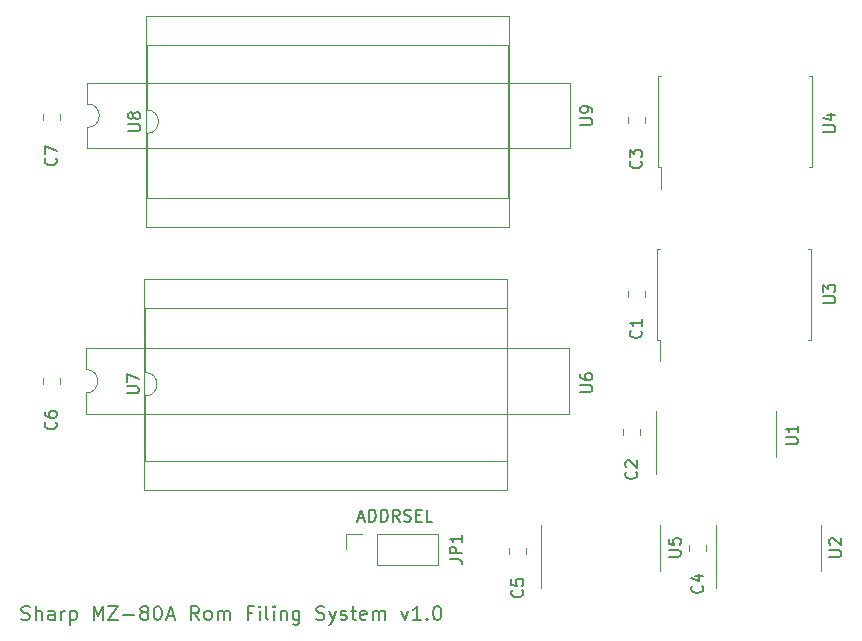
<source format=gbr>
G04 #@! TF.GenerationSoftware,KiCad,Pcbnew,(5.1.2-1)-1*
G04 #@! TF.CreationDate,2019-09-02T14:14:07+01:00*
G04 #@! TF.ProjectId,MZ80-ROMPG,4d5a3830-2d52-44f4-9d50-472e6b696361,rev?*
G04 #@! TF.SameCoordinates,Original*
G04 #@! TF.FileFunction,Legend,Top*
G04 #@! TF.FilePolarity,Positive*
%FSLAX46Y46*%
G04 Gerber Fmt 4.6, Leading zero omitted, Abs format (unit mm)*
G04 Created by KiCad (PCBNEW (5.1.2-1)-1) date 2019-09-02 14:14:07*
%MOMM*%
%LPD*%
G04 APERTURE LIST*
%ADD10C,0.150000*%
%ADD11C,0.120000*%
G04 APERTURE END LIST*
D10*
X122436571Y-125326714D02*
X122608000Y-125383857D01*
X122893714Y-125383857D01*
X123008000Y-125326714D01*
X123065142Y-125269571D01*
X123122285Y-125155285D01*
X123122285Y-125041000D01*
X123065142Y-124926714D01*
X123008000Y-124869571D01*
X122893714Y-124812428D01*
X122665142Y-124755285D01*
X122550857Y-124698142D01*
X122493714Y-124641000D01*
X122436571Y-124526714D01*
X122436571Y-124412428D01*
X122493714Y-124298142D01*
X122550857Y-124241000D01*
X122665142Y-124183857D01*
X122950857Y-124183857D01*
X123122285Y-124241000D01*
X123636571Y-125383857D02*
X123636571Y-124183857D01*
X124150857Y-125383857D02*
X124150857Y-124755285D01*
X124093714Y-124641000D01*
X123979428Y-124583857D01*
X123808000Y-124583857D01*
X123693714Y-124641000D01*
X123636571Y-124698142D01*
X125236571Y-125383857D02*
X125236571Y-124755285D01*
X125179428Y-124641000D01*
X125065142Y-124583857D01*
X124836571Y-124583857D01*
X124722285Y-124641000D01*
X125236571Y-125326714D02*
X125122285Y-125383857D01*
X124836571Y-125383857D01*
X124722285Y-125326714D01*
X124665142Y-125212428D01*
X124665142Y-125098142D01*
X124722285Y-124983857D01*
X124836571Y-124926714D01*
X125122285Y-124926714D01*
X125236571Y-124869571D01*
X125808000Y-125383857D02*
X125808000Y-124583857D01*
X125808000Y-124812428D02*
X125865142Y-124698142D01*
X125922285Y-124641000D01*
X126036571Y-124583857D01*
X126150857Y-124583857D01*
X126550857Y-124583857D02*
X126550857Y-125783857D01*
X126550857Y-124641000D02*
X126665142Y-124583857D01*
X126893714Y-124583857D01*
X127008000Y-124641000D01*
X127065142Y-124698142D01*
X127122285Y-124812428D01*
X127122285Y-125155285D01*
X127065142Y-125269571D01*
X127008000Y-125326714D01*
X126893714Y-125383857D01*
X126665142Y-125383857D01*
X126550857Y-125326714D01*
X128550857Y-125383857D02*
X128550857Y-124183857D01*
X128950857Y-125041000D01*
X129350857Y-124183857D01*
X129350857Y-125383857D01*
X129808000Y-124183857D02*
X130608000Y-124183857D01*
X129808000Y-125383857D01*
X130608000Y-125383857D01*
X131065142Y-124926714D02*
X131979428Y-124926714D01*
X132722285Y-124698142D02*
X132608000Y-124641000D01*
X132550857Y-124583857D01*
X132493714Y-124469571D01*
X132493714Y-124412428D01*
X132550857Y-124298142D01*
X132608000Y-124241000D01*
X132722285Y-124183857D01*
X132950857Y-124183857D01*
X133065142Y-124241000D01*
X133122285Y-124298142D01*
X133179428Y-124412428D01*
X133179428Y-124469571D01*
X133122285Y-124583857D01*
X133065142Y-124641000D01*
X132950857Y-124698142D01*
X132722285Y-124698142D01*
X132608000Y-124755285D01*
X132550857Y-124812428D01*
X132493714Y-124926714D01*
X132493714Y-125155285D01*
X132550857Y-125269571D01*
X132608000Y-125326714D01*
X132722285Y-125383857D01*
X132950857Y-125383857D01*
X133065142Y-125326714D01*
X133122285Y-125269571D01*
X133179428Y-125155285D01*
X133179428Y-124926714D01*
X133122285Y-124812428D01*
X133065142Y-124755285D01*
X132950857Y-124698142D01*
X133922285Y-124183857D02*
X134036571Y-124183857D01*
X134150857Y-124241000D01*
X134208000Y-124298142D01*
X134265142Y-124412428D01*
X134322285Y-124641000D01*
X134322285Y-124926714D01*
X134265142Y-125155285D01*
X134208000Y-125269571D01*
X134150857Y-125326714D01*
X134036571Y-125383857D01*
X133922285Y-125383857D01*
X133808000Y-125326714D01*
X133750857Y-125269571D01*
X133693714Y-125155285D01*
X133636571Y-124926714D01*
X133636571Y-124641000D01*
X133693714Y-124412428D01*
X133750857Y-124298142D01*
X133808000Y-124241000D01*
X133922285Y-124183857D01*
X134779428Y-125041000D02*
X135350857Y-125041000D01*
X134665142Y-125383857D02*
X135065142Y-124183857D01*
X135465142Y-125383857D01*
X137465142Y-125383857D02*
X137065142Y-124812428D01*
X136779428Y-125383857D02*
X136779428Y-124183857D01*
X137236571Y-124183857D01*
X137350857Y-124241000D01*
X137408000Y-124298142D01*
X137465142Y-124412428D01*
X137465142Y-124583857D01*
X137408000Y-124698142D01*
X137350857Y-124755285D01*
X137236571Y-124812428D01*
X136779428Y-124812428D01*
X138150857Y-125383857D02*
X138036571Y-125326714D01*
X137979428Y-125269571D01*
X137922285Y-125155285D01*
X137922285Y-124812428D01*
X137979428Y-124698142D01*
X138036571Y-124641000D01*
X138150857Y-124583857D01*
X138322285Y-124583857D01*
X138436571Y-124641000D01*
X138493714Y-124698142D01*
X138550857Y-124812428D01*
X138550857Y-125155285D01*
X138493714Y-125269571D01*
X138436571Y-125326714D01*
X138322285Y-125383857D01*
X138150857Y-125383857D01*
X139065142Y-125383857D02*
X139065142Y-124583857D01*
X139065142Y-124698142D02*
X139122285Y-124641000D01*
X139236571Y-124583857D01*
X139408000Y-124583857D01*
X139522285Y-124641000D01*
X139579428Y-124755285D01*
X139579428Y-125383857D01*
X139579428Y-124755285D02*
X139636571Y-124641000D01*
X139750857Y-124583857D01*
X139922285Y-124583857D01*
X140036571Y-124641000D01*
X140093714Y-124755285D01*
X140093714Y-125383857D01*
X141979428Y-124755285D02*
X141579428Y-124755285D01*
X141579428Y-125383857D02*
X141579428Y-124183857D01*
X142150857Y-124183857D01*
X142608000Y-125383857D02*
X142608000Y-124583857D01*
X142608000Y-124183857D02*
X142550857Y-124241000D01*
X142608000Y-124298142D01*
X142665142Y-124241000D01*
X142608000Y-124183857D01*
X142608000Y-124298142D01*
X143350857Y-125383857D02*
X143236571Y-125326714D01*
X143179428Y-125212428D01*
X143179428Y-124183857D01*
X143808000Y-125383857D02*
X143808000Y-124583857D01*
X143808000Y-124183857D02*
X143750857Y-124241000D01*
X143808000Y-124298142D01*
X143865142Y-124241000D01*
X143808000Y-124183857D01*
X143808000Y-124298142D01*
X144379428Y-124583857D02*
X144379428Y-125383857D01*
X144379428Y-124698142D02*
X144436571Y-124641000D01*
X144550857Y-124583857D01*
X144722285Y-124583857D01*
X144836571Y-124641000D01*
X144893714Y-124755285D01*
X144893714Y-125383857D01*
X145979428Y-124583857D02*
X145979428Y-125555285D01*
X145922285Y-125669571D01*
X145865142Y-125726714D01*
X145750857Y-125783857D01*
X145579428Y-125783857D01*
X145465142Y-125726714D01*
X145979428Y-125326714D02*
X145865142Y-125383857D01*
X145636571Y-125383857D01*
X145522285Y-125326714D01*
X145465142Y-125269571D01*
X145408000Y-125155285D01*
X145408000Y-124812428D01*
X145465142Y-124698142D01*
X145522285Y-124641000D01*
X145636571Y-124583857D01*
X145865142Y-124583857D01*
X145979428Y-124641000D01*
X147408000Y-125326714D02*
X147579428Y-125383857D01*
X147865142Y-125383857D01*
X147979428Y-125326714D01*
X148036571Y-125269571D01*
X148093714Y-125155285D01*
X148093714Y-125041000D01*
X148036571Y-124926714D01*
X147979428Y-124869571D01*
X147865142Y-124812428D01*
X147636571Y-124755285D01*
X147522285Y-124698142D01*
X147465142Y-124641000D01*
X147408000Y-124526714D01*
X147408000Y-124412428D01*
X147465142Y-124298142D01*
X147522285Y-124241000D01*
X147636571Y-124183857D01*
X147922285Y-124183857D01*
X148093714Y-124241000D01*
X148493714Y-124583857D02*
X148779428Y-125383857D01*
X149065142Y-124583857D02*
X148779428Y-125383857D01*
X148665142Y-125669571D01*
X148608000Y-125726714D01*
X148493714Y-125783857D01*
X149465142Y-125326714D02*
X149579428Y-125383857D01*
X149808000Y-125383857D01*
X149922285Y-125326714D01*
X149979428Y-125212428D01*
X149979428Y-125155285D01*
X149922285Y-125041000D01*
X149808000Y-124983857D01*
X149636571Y-124983857D01*
X149522285Y-124926714D01*
X149465142Y-124812428D01*
X149465142Y-124755285D01*
X149522285Y-124641000D01*
X149636571Y-124583857D01*
X149808000Y-124583857D01*
X149922285Y-124641000D01*
X150322285Y-124583857D02*
X150779428Y-124583857D01*
X150493714Y-124183857D02*
X150493714Y-125212428D01*
X150550857Y-125326714D01*
X150665142Y-125383857D01*
X150779428Y-125383857D01*
X151636571Y-125326714D02*
X151522285Y-125383857D01*
X151293714Y-125383857D01*
X151179428Y-125326714D01*
X151122285Y-125212428D01*
X151122285Y-124755285D01*
X151179428Y-124641000D01*
X151293714Y-124583857D01*
X151522285Y-124583857D01*
X151636571Y-124641000D01*
X151693714Y-124755285D01*
X151693714Y-124869571D01*
X151122285Y-124983857D01*
X152208000Y-125383857D02*
X152208000Y-124583857D01*
X152208000Y-124698142D02*
X152265142Y-124641000D01*
X152379428Y-124583857D01*
X152550857Y-124583857D01*
X152665142Y-124641000D01*
X152722285Y-124755285D01*
X152722285Y-125383857D01*
X152722285Y-124755285D02*
X152779428Y-124641000D01*
X152893714Y-124583857D01*
X153065142Y-124583857D01*
X153179428Y-124641000D01*
X153236571Y-124755285D01*
X153236571Y-125383857D01*
X154608000Y-124583857D02*
X154893714Y-125383857D01*
X155179428Y-124583857D01*
X156265142Y-125383857D02*
X155579428Y-125383857D01*
X155922285Y-125383857D02*
X155922285Y-124183857D01*
X155808000Y-124355285D01*
X155693714Y-124469571D01*
X155579428Y-124526714D01*
X156779428Y-125269571D02*
X156836571Y-125326714D01*
X156779428Y-125383857D01*
X156722285Y-125326714D01*
X156779428Y-125269571D01*
X156779428Y-125383857D01*
X157579428Y-124183857D02*
X157693714Y-124183857D01*
X157808000Y-124241000D01*
X157865142Y-124298142D01*
X157922285Y-124412428D01*
X157979428Y-124641000D01*
X157979428Y-124926714D01*
X157922285Y-125155285D01*
X157865142Y-125269571D01*
X157808000Y-125326714D01*
X157693714Y-125383857D01*
X157579428Y-125383857D01*
X157465142Y-125326714D01*
X157408000Y-125269571D01*
X157350857Y-125155285D01*
X157293714Y-124926714D01*
X157293714Y-124641000D01*
X157350857Y-124412428D01*
X157408000Y-124298142D01*
X157465142Y-124241000D01*
X157579428Y-124183857D01*
D11*
X132976000Y-74235000D02*
X132976000Y-92135000D01*
X163696000Y-74235000D02*
X132976000Y-74235000D01*
X163696000Y-92135000D02*
X163696000Y-74235000D01*
X132976000Y-92135000D02*
X163696000Y-92135000D01*
X133036000Y-76725000D02*
X133036000Y-82185000D01*
X163636000Y-76725000D02*
X133036000Y-76725000D01*
X163636000Y-89645000D02*
X163636000Y-76725000D01*
X133036000Y-89645000D02*
X163636000Y-89645000D01*
X133036000Y-84185000D02*
X133036000Y-89645000D01*
X133036000Y-82185000D02*
G75*
G02X133036000Y-84185000I0J-1000000D01*
G01*
X132849000Y-96460000D02*
X132849000Y-114360000D01*
X163569000Y-96460000D02*
X132849000Y-96460000D01*
X163569000Y-114360000D02*
X163569000Y-96460000D01*
X132849000Y-114360000D02*
X163569000Y-114360000D01*
X132909000Y-98950000D02*
X132909000Y-104410000D01*
X163509000Y-98950000D02*
X132909000Y-98950000D01*
X163509000Y-111870000D02*
X163509000Y-98950000D01*
X132909000Y-111870000D02*
X163509000Y-111870000D01*
X132909000Y-106410000D02*
X132909000Y-111870000D01*
X132909000Y-104410000D02*
G75*
G02X132909000Y-106410000I0J-1000000D01*
G01*
X128023000Y-81677000D02*
G75*
G02X128023000Y-83677000I0J-1000000D01*
G01*
X128023000Y-79907000D02*
X128023000Y-81677000D01*
X168903000Y-79907000D02*
X128023000Y-79907000D01*
X168903000Y-85447000D02*
X168903000Y-79907000D01*
X128023000Y-85447000D02*
X168903000Y-85447000D01*
X128023000Y-83677000D02*
X128023000Y-85447000D01*
X127896000Y-104156000D02*
G75*
G02X127896000Y-106156000I0J-1000000D01*
G01*
X127896000Y-102386000D02*
X127896000Y-104156000D01*
X168776000Y-102386000D02*
X127896000Y-102386000D01*
X168776000Y-107926000D02*
X168776000Y-102386000D01*
X127896000Y-107926000D02*
X168776000Y-107926000D01*
X127896000Y-106156000D02*
X127896000Y-107926000D01*
X166390000Y-119253000D02*
X166390000Y-122703000D01*
X166390000Y-119253000D02*
X166390000Y-117303000D01*
X176510000Y-119253000D02*
X176510000Y-121203000D01*
X176510000Y-119253000D02*
X176510000Y-117303000D01*
X176605000Y-87045000D02*
X176605000Y-88860000D01*
X176370000Y-87045000D02*
X176605000Y-87045000D01*
X176370000Y-83185000D02*
X176370000Y-87045000D01*
X176370000Y-79325000D02*
X176605000Y-79325000D01*
X176370000Y-83185000D02*
X176370000Y-79325000D01*
X189390000Y-87045000D02*
X189155000Y-87045000D01*
X189390000Y-83185000D02*
X189390000Y-87045000D01*
X189390000Y-79325000D02*
X189155000Y-79325000D01*
X189390000Y-83185000D02*
X189390000Y-79325000D01*
X176478000Y-101650000D02*
X176478000Y-103465000D01*
X176243000Y-101650000D02*
X176478000Y-101650000D01*
X176243000Y-97790000D02*
X176243000Y-101650000D01*
X176243000Y-93930000D02*
X176478000Y-93930000D01*
X176243000Y-97790000D02*
X176243000Y-93930000D01*
X189263000Y-101650000D02*
X189028000Y-101650000D01*
X189263000Y-97790000D02*
X189263000Y-101650000D01*
X189263000Y-93930000D02*
X189028000Y-93930000D01*
X189263000Y-97790000D02*
X189263000Y-93930000D01*
X181239000Y-119253000D02*
X181239000Y-122703000D01*
X181239000Y-119253000D02*
X181239000Y-117303000D01*
X190109000Y-119253000D02*
X190109000Y-121203000D01*
X190109000Y-119253000D02*
X190109000Y-117303000D01*
X176169000Y-109601000D02*
X176169000Y-113051000D01*
X176169000Y-109601000D02*
X176169000Y-107651000D01*
X186289000Y-109601000D02*
X186289000Y-111551000D01*
X186289000Y-109601000D02*
X186289000Y-107651000D01*
X149927000Y-119380000D02*
X149927000Y-118050000D01*
X149927000Y-118050000D02*
X151257000Y-118050000D01*
X152527000Y-118050000D02*
X157667000Y-118050000D01*
X157667000Y-120710000D02*
X157667000Y-118050000D01*
X152527000Y-120710000D02*
X157667000Y-120710000D01*
X152527000Y-120710000D02*
X152527000Y-118050000D01*
X124258000Y-82542748D02*
X124258000Y-83065252D01*
X125678000Y-82542748D02*
X125678000Y-83065252D01*
X124258000Y-104894748D02*
X124258000Y-105417252D01*
X125678000Y-104894748D02*
X125678000Y-105417252D01*
X163755000Y-119245748D02*
X163755000Y-119768252D01*
X165175000Y-119245748D02*
X165175000Y-119768252D01*
X178995000Y-118991748D02*
X178995000Y-119514252D01*
X180415000Y-118991748D02*
X180415000Y-119514252D01*
X175208000Y-83319252D02*
X175208000Y-82796748D01*
X173788000Y-83319252D02*
X173788000Y-82796748D01*
X173407000Y-109212748D02*
X173407000Y-109735252D01*
X174827000Y-109212748D02*
X174827000Y-109735252D01*
X173788000Y-97528748D02*
X173788000Y-98051252D01*
X175208000Y-97528748D02*
X175208000Y-98051252D01*
D10*
X131488380Y-83946904D02*
X132297904Y-83946904D01*
X132393142Y-83899285D01*
X132440761Y-83851666D01*
X132488380Y-83756428D01*
X132488380Y-83565952D01*
X132440761Y-83470714D01*
X132393142Y-83423095D01*
X132297904Y-83375476D01*
X131488380Y-83375476D01*
X131916952Y-82756428D02*
X131869333Y-82851666D01*
X131821714Y-82899285D01*
X131726476Y-82946904D01*
X131678857Y-82946904D01*
X131583619Y-82899285D01*
X131536000Y-82851666D01*
X131488380Y-82756428D01*
X131488380Y-82565952D01*
X131536000Y-82470714D01*
X131583619Y-82423095D01*
X131678857Y-82375476D01*
X131726476Y-82375476D01*
X131821714Y-82423095D01*
X131869333Y-82470714D01*
X131916952Y-82565952D01*
X131916952Y-82756428D01*
X131964571Y-82851666D01*
X132012190Y-82899285D01*
X132107428Y-82946904D01*
X132297904Y-82946904D01*
X132393142Y-82899285D01*
X132440761Y-82851666D01*
X132488380Y-82756428D01*
X132488380Y-82565952D01*
X132440761Y-82470714D01*
X132393142Y-82423095D01*
X132297904Y-82375476D01*
X132107428Y-82375476D01*
X132012190Y-82423095D01*
X131964571Y-82470714D01*
X131916952Y-82565952D01*
X131361380Y-106171904D02*
X132170904Y-106171904D01*
X132266142Y-106124285D01*
X132313761Y-106076666D01*
X132361380Y-105981428D01*
X132361380Y-105790952D01*
X132313761Y-105695714D01*
X132266142Y-105648095D01*
X132170904Y-105600476D01*
X131361380Y-105600476D01*
X131361380Y-105219523D02*
X131361380Y-104552857D01*
X132361380Y-104981428D01*
X169759380Y-83438904D02*
X170568904Y-83438904D01*
X170664142Y-83391285D01*
X170711761Y-83343666D01*
X170759380Y-83248428D01*
X170759380Y-83057952D01*
X170711761Y-82962714D01*
X170664142Y-82915095D01*
X170568904Y-82867476D01*
X169759380Y-82867476D01*
X170759380Y-82343666D02*
X170759380Y-82153190D01*
X170711761Y-82057952D01*
X170664142Y-82010333D01*
X170521285Y-81915095D01*
X170330809Y-81867476D01*
X169949857Y-81867476D01*
X169854619Y-81915095D01*
X169807000Y-81962714D01*
X169759380Y-82057952D01*
X169759380Y-82248428D01*
X169807000Y-82343666D01*
X169854619Y-82391285D01*
X169949857Y-82438904D01*
X170187952Y-82438904D01*
X170283190Y-82391285D01*
X170330809Y-82343666D01*
X170378428Y-82248428D01*
X170378428Y-82057952D01*
X170330809Y-81962714D01*
X170283190Y-81915095D01*
X170187952Y-81867476D01*
X169759380Y-106044904D02*
X170568904Y-106044904D01*
X170664142Y-105997285D01*
X170711761Y-105949666D01*
X170759380Y-105854428D01*
X170759380Y-105663952D01*
X170711761Y-105568714D01*
X170664142Y-105521095D01*
X170568904Y-105473476D01*
X169759380Y-105473476D01*
X169759380Y-104568714D02*
X169759380Y-104759190D01*
X169807000Y-104854428D01*
X169854619Y-104902047D01*
X169997476Y-104997285D01*
X170187952Y-105044904D01*
X170568904Y-105044904D01*
X170664142Y-104997285D01*
X170711761Y-104949666D01*
X170759380Y-104854428D01*
X170759380Y-104663952D01*
X170711761Y-104568714D01*
X170664142Y-104521095D01*
X170568904Y-104473476D01*
X170330809Y-104473476D01*
X170235571Y-104521095D01*
X170187952Y-104568714D01*
X170140333Y-104663952D01*
X170140333Y-104854428D01*
X170187952Y-104949666D01*
X170235571Y-104997285D01*
X170330809Y-105044904D01*
X177252380Y-120014904D02*
X178061904Y-120014904D01*
X178157142Y-119967285D01*
X178204761Y-119919666D01*
X178252380Y-119824428D01*
X178252380Y-119633952D01*
X178204761Y-119538714D01*
X178157142Y-119491095D01*
X178061904Y-119443476D01*
X177252380Y-119443476D01*
X177252380Y-118491095D02*
X177252380Y-118967285D01*
X177728571Y-119014904D01*
X177680952Y-118967285D01*
X177633333Y-118872047D01*
X177633333Y-118633952D01*
X177680952Y-118538714D01*
X177728571Y-118491095D01*
X177823809Y-118443476D01*
X178061904Y-118443476D01*
X178157142Y-118491095D01*
X178204761Y-118538714D01*
X178252380Y-118633952D01*
X178252380Y-118872047D01*
X178204761Y-118967285D01*
X178157142Y-119014904D01*
X190333380Y-84073904D02*
X191142904Y-84073904D01*
X191238142Y-84026285D01*
X191285761Y-83978666D01*
X191333380Y-83883428D01*
X191333380Y-83692952D01*
X191285761Y-83597714D01*
X191238142Y-83550095D01*
X191142904Y-83502476D01*
X190333380Y-83502476D01*
X190666714Y-82597714D02*
X191333380Y-82597714D01*
X190285761Y-82835809D02*
X191000047Y-83073904D01*
X191000047Y-82454857D01*
X190333380Y-98551904D02*
X191142904Y-98551904D01*
X191238142Y-98504285D01*
X191285761Y-98456666D01*
X191333380Y-98361428D01*
X191333380Y-98170952D01*
X191285761Y-98075714D01*
X191238142Y-98028095D01*
X191142904Y-97980476D01*
X190333380Y-97980476D01*
X190333380Y-97599523D02*
X190333380Y-96980476D01*
X190714333Y-97313809D01*
X190714333Y-97170952D01*
X190761952Y-97075714D01*
X190809571Y-97028095D01*
X190904809Y-96980476D01*
X191142904Y-96980476D01*
X191238142Y-97028095D01*
X191285761Y-97075714D01*
X191333380Y-97170952D01*
X191333380Y-97456666D01*
X191285761Y-97551904D01*
X191238142Y-97599523D01*
X190841380Y-120014904D02*
X191650904Y-120014904D01*
X191746142Y-119967285D01*
X191793761Y-119919666D01*
X191841380Y-119824428D01*
X191841380Y-119633952D01*
X191793761Y-119538714D01*
X191746142Y-119491095D01*
X191650904Y-119443476D01*
X190841380Y-119443476D01*
X190936619Y-119014904D02*
X190889000Y-118967285D01*
X190841380Y-118872047D01*
X190841380Y-118633952D01*
X190889000Y-118538714D01*
X190936619Y-118491095D01*
X191031857Y-118443476D01*
X191127095Y-118443476D01*
X191269952Y-118491095D01*
X191841380Y-119062523D01*
X191841380Y-118443476D01*
X187158380Y-110489904D02*
X187967904Y-110489904D01*
X188063142Y-110442285D01*
X188110761Y-110394666D01*
X188158380Y-110299428D01*
X188158380Y-110108952D01*
X188110761Y-110013714D01*
X188063142Y-109966095D01*
X187967904Y-109918476D01*
X187158380Y-109918476D01*
X188158380Y-108918476D02*
X188158380Y-109489904D01*
X188158380Y-109204190D02*
X187158380Y-109204190D01*
X187301238Y-109299428D01*
X187396476Y-109394666D01*
X187444095Y-109489904D01*
X158710380Y-120213333D02*
X159424666Y-120213333D01*
X159567523Y-120260952D01*
X159662761Y-120356190D01*
X159710380Y-120499047D01*
X159710380Y-120594285D01*
X159710380Y-119737142D02*
X158710380Y-119737142D01*
X158710380Y-119356190D01*
X158758000Y-119260952D01*
X158805619Y-119213333D01*
X158900857Y-119165714D01*
X159043714Y-119165714D01*
X159138952Y-119213333D01*
X159186571Y-119260952D01*
X159234190Y-119356190D01*
X159234190Y-119737142D01*
X159710380Y-118213333D02*
X159710380Y-118784761D01*
X159710380Y-118499047D02*
X158710380Y-118499047D01*
X158853238Y-118594285D01*
X158948476Y-118689523D01*
X158996095Y-118784761D01*
X150979571Y-116752666D02*
X151455761Y-116752666D01*
X150884333Y-117038380D02*
X151217666Y-116038380D01*
X151551000Y-117038380D01*
X151884333Y-117038380D02*
X151884333Y-116038380D01*
X152122428Y-116038380D01*
X152265285Y-116086000D01*
X152360523Y-116181238D01*
X152408142Y-116276476D01*
X152455761Y-116466952D01*
X152455761Y-116609809D01*
X152408142Y-116800285D01*
X152360523Y-116895523D01*
X152265285Y-116990761D01*
X152122428Y-117038380D01*
X151884333Y-117038380D01*
X152884333Y-117038380D02*
X152884333Y-116038380D01*
X153122428Y-116038380D01*
X153265285Y-116086000D01*
X153360523Y-116181238D01*
X153408142Y-116276476D01*
X153455761Y-116466952D01*
X153455761Y-116609809D01*
X153408142Y-116800285D01*
X153360523Y-116895523D01*
X153265285Y-116990761D01*
X153122428Y-117038380D01*
X152884333Y-117038380D01*
X154455761Y-117038380D02*
X154122428Y-116562190D01*
X153884333Y-117038380D02*
X153884333Y-116038380D01*
X154265285Y-116038380D01*
X154360523Y-116086000D01*
X154408142Y-116133619D01*
X154455761Y-116228857D01*
X154455761Y-116371714D01*
X154408142Y-116466952D01*
X154360523Y-116514571D01*
X154265285Y-116562190D01*
X153884333Y-116562190D01*
X154836714Y-116990761D02*
X154979571Y-117038380D01*
X155217666Y-117038380D01*
X155312904Y-116990761D01*
X155360523Y-116943142D01*
X155408142Y-116847904D01*
X155408142Y-116752666D01*
X155360523Y-116657428D01*
X155312904Y-116609809D01*
X155217666Y-116562190D01*
X155027190Y-116514571D01*
X154931952Y-116466952D01*
X154884333Y-116419333D01*
X154836714Y-116324095D01*
X154836714Y-116228857D01*
X154884333Y-116133619D01*
X154931952Y-116086000D01*
X155027190Y-116038380D01*
X155265285Y-116038380D01*
X155408142Y-116086000D01*
X155836714Y-116514571D02*
X156170047Y-116514571D01*
X156312904Y-117038380D02*
X155836714Y-117038380D01*
X155836714Y-116038380D01*
X156312904Y-116038380D01*
X157217666Y-117038380D02*
X156741476Y-117038380D01*
X156741476Y-116038380D01*
X125325142Y-86272666D02*
X125372761Y-86320285D01*
X125420380Y-86463142D01*
X125420380Y-86558380D01*
X125372761Y-86701238D01*
X125277523Y-86796476D01*
X125182285Y-86844095D01*
X124991809Y-86891714D01*
X124848952Y-86891714D01*
X124658476Y-86844095D01*
X124563238Y-86796476D01*
X124468000Y-86701238D01*
X124420380Y-86558380D01*
X124420380Y-86463142D01*
X124468000Y-86320285D01*
X124515619Y-86272666D01*
X124420380Y-85939333D02*
X124420380Y-85272666D01*
X125420380Y-85701238D01*
X125325142Y-108624666D02*
X125372761Y-108672285D01*
X125420380Y-108815142D01*
X125420380Y-108910380D01*
X125372761Y-109053238D01*
X125277523Y-109148476D01*
X125182285Y-109196095D01*
X124991809Y-109243714D01*
X124848952Y-109243714D01*
X124658476Y-109196095D01*
X124563238Y-109148476D01*
X124468000Y-109053238D01*
X124420380Y-108910380D01*
X124420380Y-108815142D01*
X124468000Y-108672285D01*
X124515619Y-108624666D01*
X124420380Y-107767523D02*
X124420380Y-107958000D01*
X124468000Y-108053238D01*
X124515619Y-108100857D01*
X124658476Y-108196095D01*
X124848952Y-108243714D01*
X125229904Y-108243714D01*
X125325142Y-108196095D01*
X125372761Y-108148476D01*
X125420380Y-108053238D01*
X125420380Y-107862761D01*
X125372761Y-107767523D01*
X125325142Y-107719904D01*
X125229904Y-107672285D01*
X124991809Y-107672285D01*
X124896571Y-107719904D01*
X124848952Y-107767523D01*
X124801333Y-107862761D01*
X124801333Y-108053238D01*
X124848952Y-108148476D01*
X124896571Y-108196095D01*
X124991809Y-108243714D01*
X164822142Y-122848666D02*
X164869761Y-122896285D01*
X164917380Y-123039142D01*
X164917380Y-123134380D01*
X164869761Y-123277238D01*
X164774523Y-123372476D01*
X164679285Y-123420095D01*
X164488809Y-123467714D01*
X164345952Y-123467714D01*
X164155476Y-123420095D01*
X164060238Y-123372476D01*
X163965000Y-123277238D01*
X163917380Y-123134380D01*
X163917380Y-123039142D01*
X163965000Y-122896285D01*
X164012619Y-122848666D01*
X163917380Y-121943904D02*
X163917380Y-122420095D01*
X164393571Y-122467714D01*
X164345952Y-122420095D01*
X164298333Y-122324857D01*
X164298333Y-122086761D01*
X164345952Y-121991523D01*
X164393571Y-121943904D01*
X164488809Y-121896285D01*
X164726904Y-121896285D01*
X164822142Y-121943904D01*
X164869761Y-121991523D01*
X164917380Y-122086761D01*
X164917380Y-122324857D01*
X164869761Y-122420095D01*
X164822142Y-122467714D01*
X180062142Y-122467666D02*
X180109761Y-122515285D01*
X180157380Y-122658142D01*
X180157380Y-122753380D01*
X180109761Y-122896238D01*
X180014523Y-122991476D01*
X179919285Y-123039095D01*
X179728809Y-123086714D01*
X179585952Y-123086714D01*
X179395476Y-123039095D01*
X179300238Y-122991476D01*
X179205000Y-122896238D01*
X179157380Y-122753380D01*
X179157380Y-122658142D01*
X179205000Y-122515285D01*
X179252619Y-122467666D01*
X179490714Y-121610523D02*
X180157380Y-121610523D01*
X179109761Y-121848619D02*
X179824047Y-122086714D01*
X179824047Y-121467666D01*
X174855142Y-86526666D02*
X174902761Y-86574285D01*
X174950380Y-86717142D01*
X174950380Y-86812380D01*
X174902761Y-86955238D01*
X174807523Y-87050476D01*
X174712285Y-87098095D01*
X174521809Y-87145714D01*
X174378952Y-87145714D01*
X174188476Y-87098095D01*
X174093238Y-87050476D01*
X173998000Y-86955238D01*
X173950380Y-86812380D01*
X173950380Y-86717142D01*
X173998000Y-86574285D01*
X174045619Y-86526666D01*
X173950380Y-86193333D02*
X173950380Y-85574285D01*
X174331333Y-85907619D01*
X174331333Y-85764761D01*
X174378952Y-85669523D01*
X174426571Y-85621904D01*
X174521809Y-85574285D01*
X174759904Y-85574285D01*
X174855142Y-85621904D01*
X174902761Y-85669523D01*
X174950380Y-85764761D01*
X174950380Y-86050476D01*
X174902761Y-86145714D01*
X174855142Y-86193333D01*
X174474142Y-112815666D02*
X174521761Y-112863285D01*
X174569380Y-113006142D01*
X174569380Y-113101380D01*
X174521761Y-113244238D01*
X174426523Y-113339476D01*
X174331285Y-113387095D01*
X174140809Y-113434714D01*
X173997952Y-113434714D01*
X173807476Y-113387095D01*
X173712238Y-113339476D01*
X173617000Y-113244238D01*
X173569380Y-113101380D01*
X173569380Y-113006142D01*
X173617000Y-112863285D01*
X173664619Y-112815666D01*
X173664619Y-112434714D02*
X173617000Y-112387095D01*
X173569380Y-112291857D01*
X173569380Y-112053761D01*
X173617000Y-111958523D01*
X173664619Y-111910904D01*
X173759857Y-111863285D01*
X173855095Y-111863285D01*
X173997952Y-111910904D01*
X174569380Y-112482333D01*
X174569380Y-111863285D01*
X174855142Y-100877666D02*
X174902761Y-100925285D01*
X174950380Y-101068142D01*
X174950380Y-101163380D01*
X174902761Y-101306238D01*
X174807523Y-101401476D01*
X174712285Y-101449095D01*
X174521809Y-101496714D01*
X174378952Y-101496714D01*
X174188476Y-101449095D01*
X174093238Y-101401476D01*
X173998000Y-101306238D01*
X173950380Y-101163380D01*
X173950380Y-101068142D01*
X173998000Y-100925285D01*
X174045619Y-100877666D01*
X174950380Y-99925285D02*
X174950380Y-100496714D01*
X174950380Y-100211000D02*
X173950380Y-100211000D01*
X174093238Y-100306238D01*
X174188476Y-100401476D01*
X174236095Y-100496714D01*
M02*

</source>
